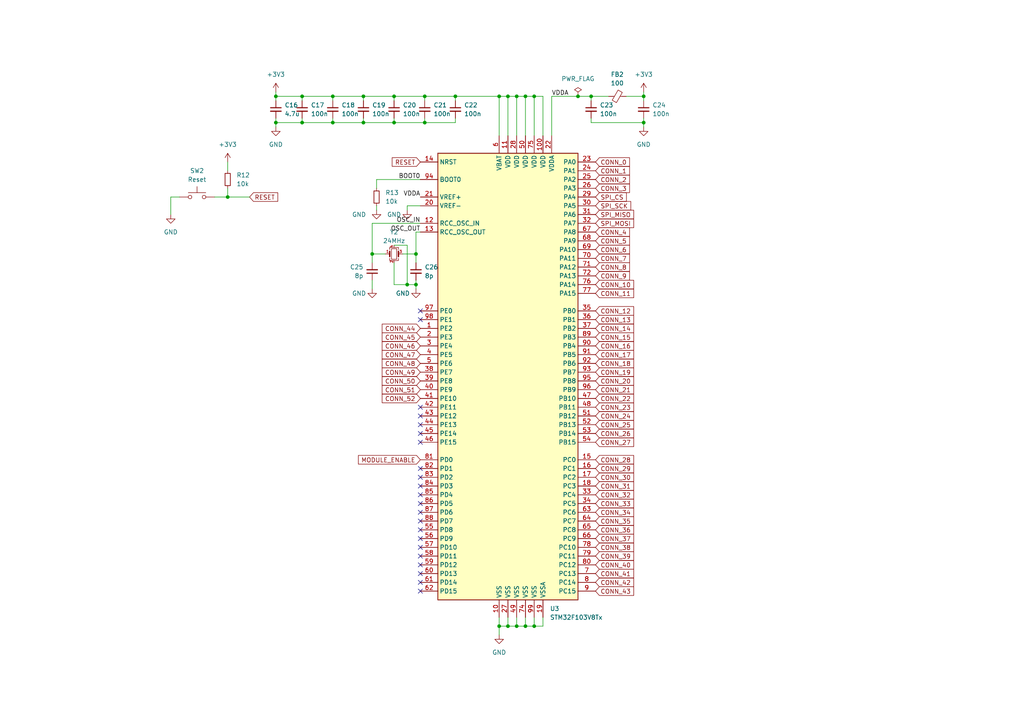
<source format=kicad_sch>
(kicad_sch (version 20211123) (generator eeschema)
  (paper "A4")
  (lib_symbols
    (symbol "Device:C_Small" (pin_numbers hide) (pin_names (offset 0.254) hide)
      (property "Reference" "C" (at 0.254 1.778 0))
      (property "Value" "C_Small" (at 0.254 -2.032 0))
      (symbol "C_Small_0_1"
        (polyline (pts (xy -1.524 -0.508) (xy 1.524 -0.508)) (stroke (width 0.3302)))
        (polyline (pts (xy -1.524 0.508) (xy 1.524 0.508)) (stroke (width 0.3048)))
      )
      (symbol "C_Small_1_1"
        (pin passive line (at 0 2.54 270) (length 2.032) (name "~") (number "1"))
        (pin passive line (at 0 -2.54 90) (length 2.032) (name "~") (number "2"))
      )
    )
    (symbol "Device:Crystal_GND24_Small" (pin_names (offset 1.016) hide)
      (property "Reference" "Y" (at 1.27 4.445 0))
      (property "Value" "Crystal_GND24_Small" (at 1.27 2.54 0))
      (symbol "Crystal_GND24_Small_0_1"
        (rectangle (start -0.762 -1.524) (end 0.762 1.524))
        (polyline (pts (xy -1.27 -0.762) (xy -1.27 0.762)) (stroke (width 0.381)))
        (polyline (pts (xy 1.27 -0.762) (xy 1.27 0.762)) (stroke (width 0.381)))
        (polyline (pts (xy -1.27 -1.27) (xy -1.27 -1.905) (xy 1.27 -1.905) (xy 1.27 -1.27)))
        (polyline (pts (xy -1.27 1.27) (xy -1.27 1.905) (xy 1.27 1.905) (xy 1.27 1.27)))
      )
      (symbol "Crystal_GND24_Small_1_1"
        (pin passive line (at -2.54 0 0) (length 1.27) (name "1") (number "1"))
        (pin passive line (at 0 -2.54 90) (length 0.635) (name "2") (number "2"))
        (pin passive line (at 2.54 0 180) (length 1.27) (name "3") (number "3"))
        (pin passive line (at 0 2.54 270) (length 0.635) (name "4") (number "4"))
      )
    )
    (symbol "Device:FerriteBead_Small" (pin_numbers hide) (pin_names (offset 0))
      (property "Reference" "FB" (at 1.905 1.27 0))
      (property "Value" "FerriteBead_Small" (at 1.905 -1.27 0))
      (symbol "FerriteBead_Small_0_1"
        (polyline (pts (xy 0 -1.27) (xy 0 -0.7874)))
        (polyline (pts (xy 0 0.889) (xy 0 1.2954)))
        (polyline (pts (xy -1.8288 0.2794) (xy -1.1176 1.4986) (xy 1.8288 -0.2032) (xy 1.1176 -1.4224) (xy -1.8288 0.2794)))
      )
      (symbol "FerriteBead_Small_1_1"
        (pin passive line (at 0 2.54 270) (length 1.27) (name "~") (number "1"))
        (pin passive line (at 0 -2.54 90) (length 1.27) (name "~") (number "2"))
      )
    )
    (symbol "Device:R_Small" (pin_numbers hide) (pin_names (offset 0.254) hide)
      (property "Reference" "R" (at 0.762 0.508 0))
      (property "Value" "R_Small" (at 0.762 -1.016 0))
      (symbol "R_Small_0_1"
        (rectangle (start -0.762 1.778) (end 0.762 -1.778) (stroke (width 0.2032)))
      )
      (symbol "R_Small_1_1"
        (pin passive line (at 0 2.54 270) (length 0.762) (name "~") (number "1"))
        (pin passive line (at 0 -2.54 90) (length 0.762) (name "~") (number "2"))
      )
    )
    (symbol "MCU_ST_STM32F1:STM32F103V8Tx"
      (property "Reference" "U" (at -20.32 64.77 0))
      (property "Value" "STM32F103V8Tx" (at 15.24 64.77 0))
      (symbol "STM32F103V8Tx_0_1"
        (rectangle (start -20.32 -66.04) (end 20.32 63.5) (stroke (width 0.254)) (fill (type background)))
      )
      (symbol "STM32F103V8Tx_1_1"
        (pin bidirectional line (at -25.4 12.7 0) (length 5.08) (name "PE2") (number "1"))
        (pin power_in line (at -2.54 -71.12 90) (length 5.08) (name "VSS") (number "10"))
        (pin power_in line (at 10.16 68.58 270) (length 5.08) (name "VDD") (number "100"))
        (pin power_in line (at 0 68.58 270) (length 5.08) (name "VDD") (number "11"))
        (pin input line (at -25.4 43.18 0) (length 5.08) (name "RCC_OSC_IN") (number "12"))
        (pin input line (at -25.4 40.64 0) (length 5.08) (name "RCC_OSC_OUT") (number "13"))
        (pin input line (at -25.4 60.96 0) (length 5.08) (name "NRST") (number "14"))
        (pin bidirectional line (at 25.4 -25.4 180) (length 5.08) (name "PC0") (number "15"))
        (pin bidirectional line (at 25.4 -27.94 180) (length 5.08) (name "PC1") (number "16"))
        (pin bidirectional line (at 25.4 -30.48 180) (length 5.08) (name "PC2") (number "17"))
        (pin bidirectional line (at 25.4 -33.02 180) (length 5.08) (name "PC3") (number "18"))
        (pin power_in line (at 10.16 -71.12 90) (length 5.08) (name "VSSA") (number "19"))
        (pin bidirectional line (at -25.4 10.16 0) (length 5.08) (name "PE3") (number "2"))
        (pin power_in line (at -25.4 48.26 0) (length 5.08) (name "VREF-") (number "20"))
        (pin power_in line (at -25.4 50.8 0) (length 5.08) (name "VREF+") (number "21"))
        (pin power_in line (at 12.7 68.58 270) (length 5.08) (name "VDDA") (number "22"))
        (pin bidirectional line (at 25.4 60.96 180) (length 5.08) (name "PA0") (number "23"))
        (pin bidirectional line (at 25.4 58.42 180) (length 5.08) (name "PA1") (number "24"))
        (pin bidirectional line (at 25.4 55.88 180) (length 5.08) (name "PA2") (number "25"))
        (pin bidirectional line (at 25.4 53.34 180) (length 5.08) (name "PA3") (number "26"))
        (pin power_in line (at 0 -71.12 90) (length 5.08) (name "VSS") (number "27"))
        (pin power_in line (at 2.54 68.58 270) (length 5.08) (name "VDD") (number "28"))
        (pin bidirectional line (at 25.4 50.8 180) (length 5.08) (name "PA4") (number "29"))
        (pin bidirectional line (at -25.4 7.62 0) (length 5.08) (name "PE4") (number "3"))
        (pin bidirectional line (at 25.4 48.26 180) (length 5.08) (name "PA5") (number "30"))
        (pin bidirectional line (at 25.4 45.72 180) (length 5.08) (name "PA6") (number "31"))
        (pin bidirectional line (at 25.4 43.18 180) (length 5.08) (name "PA7") (number "32"))
        (pin bidirectional line (at 25.4 -35.56 180) (length 5.08) (name "PC4") (number "33"))
        (pin bidirectional line (at 25.4 -38.1 180) (length 5.08) (name "PC5") (number "34"))
        (pin bidirectional line (at 25.4 17.78 180) (length 5.08) (name "PB0") (number "35"))
        (pin bidirectional line (at 25.4 15.24 180) (length 5.08) (name "PB1") (number "36"))
        (pin bidirectional line (at 25.4 12.7 180) (length 5.08) (name "PB2") (number "37"))
        (pin bidirectional line (at -25.4 0 0) (length 5.08) (name "PE7") (number "38"))
        (pin bidirectional line (at -25.4 -2.54 0) (length 5.08) (name "PE8") (number "39"))
        (pin bidirectional line (at -25.4 5.08 0) (length 5.08) (name "PE5") (number "4"))
        (pin bidirectional line (at -25.4 -5.08 0) (length 5.08) (name "PE9") (number "40"))
        (pin bidirectional line (at -25.4 -7.62 0) (length 5.08) (name "PE10") (number "41"))
        (pin bidirectional line (at -25.4 -10.16 0) (length 5.08) (name "PE11") (number "42"))
        (pin bidirectional line (at -25.4 -12.7 0) (length 5.08) (name "PE12") (number "43"))
        (pin bidirectional line (at -25.4 -15.24 0) (length 5.08) (name "PE13") (number "44"))
        (pin bidirectional line (at -25.4 -17.78 0) (length 5.08) (name "PE14") (number "45"))
        (pin bidirectional line (at -25.4 -20.32 0) (length 5.08) (name "PE15") (number "46"))
        (pin bidirectional line (at 25.4 -7.62 180) (length 5.08) (name "PB10") (number "47"))
        (pin bidirectional line (at 25.4 -10.16 180) (length 5.08) (name "PB11") (number "48"))
        (pin power_in line (at 2.54 -71.12 90) (length 5.08) (name "VSS") (number "49"))
        (pin bidirectional line (at -25.4 2.54 0) (length 5.08) (name "PE6") (number "5"))
        (pin power_in line (at 5.08 68.58 270) (length 5.08) (name "VDD") (number "50"))
        (pin bidirectional line (at 25.4 -12.7 180) (length 5.08) (name "PB12") (number "51"))
        (pin bidirectional line (at 25.4 -15.24 180) (length 5.08) (name "PB13") (number "52"))
        (pin bidirectional line (at 25.4 -17.78 180) (length 5.08) (name "PB14") (number "53"))
        (pin bidirectional line (at 25.4 -20.32 180) (length 5.08) (name "PB15") (number "54"))
        (pin bidirectional line (at -25.4 -45.72 0) (length 5.08) (name "PD8") (number "55"))
        (pin bidirectional line (at -25.4 -48.26 0) (length 5.08) (name "PD9") (number "56"))
        (pin bidirectional line (at -25.4 -50.8 0) (length 5.08) (name "PD10") (number "57"))
        (pin bidirectional line (at -25.4 -53.34 0) (length 5.08) (name "PD11") (number "58"))
        (pin bidirectional line (at -25.4 -55.88 0) (length 5.08) (name "PD12") (number "59"))
        (pin power_in line (at -2.54 68.58 270) (length 5.08) (name "VBAT") (number "6"))
        (pin bidirectional line (at -25.4 -58.42 0) (length 5.08) (name "PD13") (number "60"))
        (pin bidirectional line (at -25.4 -60.96 0) (length 5.08) (name "PD14") (number "61"))
        (pin bidirectional line (at -25.4 -63.5 0) (length 5.08) (name "PD15") (number "62"))
        (pin bidirectional line (at 25.4 -40.64 180) (length 5.08) (name "PC6") (number "63"))
        (pin bidirectional line (at 25.4 -43.18 180) (length 5.08) (name "PC7") (number "64"))
        (pin bidirectional line (at 25.4 -45.72 180) (length 5.08) (name "PC8") (number "65"))
        (pin bidirectional line (at 25.4 -48.26 180) (length 5.08) (name "PC9") (number "66"))
        (pin bidirectional line (at 25.4 40.64 180) (length 5.08) (name "PA8") (number "67"))
        (pin bidirectional line (at 25.4 38.1 180) (length 5.08) (name "PA9") (number "68"))
        (pin bidirectional line (at 25.4 35.56 180) (length 5.08) (name "PA10") (number "69"))
        (pin bidirectional line (at 25.4 -58.42 180) (length 5.08) (name "PC13") (number "7"))
        (pin bidirectional line (at 25.4 33.02 180) (length 5.08) (name "PA11") (number "70"))
        (pin bidirectional line (at 25.4 30.48 180) (length 5.08) (name "PA12") (number "71"))
        (pin bidirectional line (at 25.4 27.94 180) (length 5.08) (name "PA13") (number "72"))
        (pin no_connect line (at -20.32 -63.5 0) (length 5.08) hide (name "NC") (number "73"))
        (pin power_in line (at 5.08 -71.12 90) (length 5.08) (name "VSS") (number "74"))
        (pin power_in line (at 7.62 68.58 270) (length 5.08) (name "VDD") (number "75"))
        (pin bidirectional line (at 25.4 25.4 180) (length 5.08) (name "PA14") (number "76"))
        (pin bidirectional line (at 25.4 22.86 180) (length 5.08) (name "PA15") (number "77"))
        (pin bidirectional line (at 25.4 -50.8 180) (length 5.08) (name "PC10") (number "78"))
        (pin bidirectional line (at 25.4 -53.34 180) (length 5.08) (name "PC11") (number "79"))
        (pin bidirectional line (at 25.4 -60.96 180) (length 5.08) (name "PC14") (number "8"))
        (pin bidirectional line (at 25.4 -55.88 180) (length 5.08) (name "PC12") (number "80"))
        (pin bidirectional line (at -25.4 -25.4 0) (length 5.08) (name "PD0") (number "81"))
        (pin bidirectional line (at -25.4 -27.94 0) (length 5.08) (name "PD1") (number "82"))
        (pin bidirectional line (at -25.4 -30.48 0) (length 5.08) (name "PD2") (number "83"))
        (pin bidirectional line (at -25.4 -33.02 0) (length 5.08) (name "PD3") (number "84"))
        (pin bidirectional line (at -25.4 -35.56 0) (length 5.08) (name "PD4") (number "85"))
        (pin bidirectional line (at -25.4 -38.1 0) (length 5.08) (name "PD5") (number "86"))
        (pin bidirectional line (at -25.4 -40.64 0) (length 5.08) (name "PD6") (number "87"))
        (pin bidirectional line (at -25.4 -43.18 0) (length 5.08) (name "PD7") (number "88"))
        (pin bidirectional line (at 25.4 10.16 180) (length 5.08) (name "PB3") (number "89"))
        (pin bidirectional line (at 25.4 -63.5 180) (length 5.08) (name "PC15") (number "9"))
        (pin bidirectional line (at 25.4 7.62 180) (length 5.08) (name "PB4") (number "90"))
        (pin bidirectional line (at 25.4 5.08 180) (length 5.08) (name "PB5") (number "91"))
        (pin bidirectional line (at 25.4 2.54 180) (length 5.08) (name "PB6") (number "92"))
        (pin bidirectional line (at 25.4 0 180) (length 5.08) (name "PB7") (number "93"))
        (pin input line (at -25.4 55.88 0) (length 5.08) (name "BOOT0") (number "94"))
        (pin bidirectional line (at 25.4 -2.54 180) (length 5.08) (name "PB8") (number "95"))
        (pin bidirectional line (at 25.4 -5.08 180) (length 5.08) (name "PB9") (number "96"))
        (pin bidirectional line (at -25.4 17.78 0) (length 5.08) (name "PE0") (number "97"))
        (pin bidirectional line (at -25.4 15.24 0) (length 5.08) (name "PE1") (number "98"))
        (pin power_in line (at 7.62 -71.12 90) (length 5.08) (name "VSS") (number "99"))
      )
    )
    (symbol "Switch:SW_Push" (pin_numbers hide) (pin_names (offset 1.016) hide)
      (property "Reference" "SW" (at 1.27 2.54 0))
      (property "Value" "SW_Push" (at 0 -1.524 0))
      (symbol "SW_Push_0_1"
        (circle (center -2.032 0) (radius 0.508))
        (polyline (pts (xy 0 1.27) (xy 0 3.048)))
        (polyline (pts (xy 2.54 1.27) (xy -2.54 1.27)))
        (circle (center 2.032 0) (radius 0.508))
        (pin passive line (at -5.08 0 0) (length 2.54) (name "1") (number "1"))
        (pin passive line (at 5.08 0 180) (length 2.54) (name "2") (number "2"))
      )
    )
    (symbol "power:+3V3" (power) (pin_names (offset 0))
      (property "Value" "+3V3" (at 0 3.556 0))
      (symbol "+3V3_0_1"
        (polyline (pts (xy -0.762 1.27) (xy 0 2.54)))
        (polyline (pts (xy 0 0) (xy 0 2.54)))
        (polyline (pts (xy 0 2.54) (xy 0.762 1.27)))
      )
      (symbol "+3V3_1_1"
        (pin power_in line (at 0 0 90) (length 0) hide (name "+3V3") (number "1"))
      )
    )
    (symbol "power:GND" (power) (pin_names (offset 0))
      (property "Value" "GND" (at 0 -3.81 0))
      (symbol "GND_0_1"
        (polyline (pts (xy 0 0) (xy 0 -1.27) (xy 1.27 -1.27) (xy 0 -2.54) (xy -1.27 -1.27) (xy 0 -1.27)))
      )
      (symbol "GND_1_1"
        (pin power_in line (at 0 0 270) (length 0) hide (name "GND") (number "1"))
      )
    )
    (symbol "power:PWR_FLAG" (power) (pin_numbers hide) (pin_names (offset 0) hide)
      (property "Value" "PWR_FLAG" (at 0 3.81 0))
      (symbol "PWR_FLAG_0_0"
        (pin power_out line (at 0 0 90) (length 0) (name "pwr") (number "1"))
      )
      (symbol "PWR_FLAG_0_1"
        (polyline (pts (xy 0 0) (xy 0 1.27) (xy -1.016 1.905) (xy 0 2.54) (xy 1.016 1.905) (xy 0 1.27)))
      )
    )
  )
  (junction (at 154.94 27.94))
  (junction (at 149.86 181.61))
  (junction (at 171.45 27.94))
  (junction (at 80.01 35.56))
  (junction (at 152.4 27.94))
  (junction (at 96.52 35.56))
  (junction (at 107.95 73.66))
  (junction (at 87.63 27.94))
  (junction (at 144.78 27.94))
  (junction (at 123.19 27.94))
  (junction (at 186.69 27.94))
  (junction (at 105.41 35.56))
  (junction (at 120.65 73.66))
  (junction (at 149.86 27.94))
  (junction (at 154.94 181.61))
  (junction (at 167.64 27.94))
  (junction (at 152.4 181.61))
  (junction (at 123.19 35.56))
  (junction (at 147.32 27.94))
  (junction (at 144.78 181.61))
  (junction (at 147.32 181.61))
  (junction (at 186.69 35.56))
  (junction (at 80.01 27.94))
  (junction (at 66.04 57.15))
  (junction (at 132.08 27.94))
  (junction (at 120.65 82.55))
  (junction (at 114.3 27.94))
  (junction (at 118.11 82.55))
  (junction (at 96.52 27.94))
  (junction (at 114.3 35.56))
  (junction (at 105.41 27.94))
  (junction (at 87.63 35.56))
  (no_connect (at 121.92 171.45))
  (no_connect (at 121.92 158.75))
  (no_connect (at 121.92 156.21))
  (no_connect (at 121.92 118.11))
  (no_connect (at 121.92 120.65))
  (no_connect (at 121.92 123.19))
  (no_connect (at 121.92 125.73))
  (no_connect (at 121.92 128.27))
  (no_connect (at 121.92 140.97))
  (no_connect (at 121.92 143.51))
  (no_connect (at 121.92 138.43))
  (no_connect (at 121.92 135.89))
  (no_connect (at 121.92 90.17))
  (no_connect (at 121.92 92.71))
  (no_connect (at 121.92 146.05))
  (no_connect (at 121.92 153.67))
  (no_connect (at 121.92 168.91))
  (no_connect (at 121.92 161.29))
  (no_connect (at 121.92 163.83))
  (no_connect (at 121.92 148.59))
  (no_connect (at 121.92 166.37))
  (no_connect (at 121.92 151.13))
  (wire (pts (xy 167.64 27.94) (xy 171.45 27.94)))
  (wire (pts (xy 114.3 71.12) (xy 118.11 71.12)))
  (wire (pts (xy 132.08 27.94) (xy 132.08 29.21)))
  (wire (pts (xy 186.69 35.56) (xy 186.69 36.83)))
  (wire (pts (xy 96.52 35.56) (xy 105.41 35.56)))
  (wire (pts (xy 109.22 59.69) (xy 109.22 60.96)))
  (wire (pts (xy 96.52 27.94) (xy 87.63 27.94)))
  (wire (pts (xy 87.63 27.94) (xy 87.63 29.21)))
  (wire (pts (xy 160.02 27.94) (xy 160.02 39.37)))
  (wire (pts (xy 66.04 57.15) (xy 72.39 57.15)))
  (wire (pts (xy 80.01 27.94) (xy 80.01 29.21)))
  (wire (pts (xy 152.4 179.07) (xy 152.4 181.61)))
  (wire (pts (xy 62.23 57.15) (xy 66.04 57.15)))
  (wire (pts (xy 152.4 181.61) (xy 154.94 181.61)))
  (wire (pts (xy 118.11 82.55) (xy 120.65 82.55)))
  (wire (pts (xy 157.48 179.07) (xy 157.48 181.61)))
  (wire (pts (xy 66.04 57.15) (xy 66.04 54.61)))
  (wire (pts (xy 154.94 27.94) (xy 152.4 27.94)))
  (wire (pts (xy 181.61 27.94) (xy 186.69 27.94)))
  (wire (pts (xy 132.08 27.94) (xy 144.78 27.94)))
  (wire (pts (xy 66.04 46.99) (xy 66.04 49.53)))
  (wire (pts (xy 120.65 67.31) (xy 121.92 67.31)))
  (wire (pts (xy 120.65 81.28) (xy 120.65 82.55)))
  (wire (pts (xy 105.41 27.94) (xy 105.41 29.21)))
  (wire (pts (xy 96.52 34.29) (xy 96.52 35.56)))
  (wire (pts (xy 107.95 81.28) (xy 107.95 83.82)))
  (wire (pts (xy 147.32 27.94) (xy 144.78 27.94)))
  (wire (pts (xy 171.45 35.56) (xy 186.69 35.56)))
  (wire (pts (xy 87.63 35.56) (xy 96.52 35.56)))
  (wire (pts (xy 107.95 73.66) (xy 107.95 64.77)))
  (wire (pts (xy 144.78 179.07) (xy 144.78 181.61)))
  (wire (pts (xy 105.41 34.29) (xy 105.41 35.56)))
  (wire (pts (xy 107.95 64.77) (xy 121.92 64.77)))
  (wire (pts (xy 123.19 27.94) (xy 123.19 29.21)))
  (wire (pts (xy 154.94 181.61) (xy 154.94 179.07)))
  (wire (pts (xy 80.01 35.56) (xy 80.01 36.83)))
  (wire (pts (xy 87.63 27.94) (xy 80.01 27.94)))
  (wire (pts (xy 176.53 27.94) (xy 171.45 27.94)))
  (wire (pts (xy 105.41 27.94) (xy 96.52 27.94)))
  (wire (pts (xy 157.48 181.61) (xy 154.94 181.61)))
  (wire (pts (xy 114.3 27.94) (xy 114.3 29.21)))
  (wire (pts (xy 109.22 52.07) (xy 121.92 52.07)))
  (wire (pts (xy 144.78 181.61) (xy 147.32 181.61)))
  (wire (pts (xy 114.3 35.56) (xy 123.19 35.56)))
  (wire (pts (xy 132.08 35.56) (xy 123.19 35.56)))
  (wire (pts (xy 152.4 27.94) (xy 152.4 39.37)))
  (wire (pts (xy 96.52 27.94) (xy 96.52 29.21)))
  (wire (pts (xy 147.32 27.94) (xy 147.32 39.37)))
  (wire (pts (xy 118.11 71.12) (xy 118.11 82.55)))
  (wire (pts (xy 120.65 82.55) (xy 120.65 83.82)))
  (wire (pts (xy 114.3 76.2) (xy 114.3 82.55)))
  (wire (pts (xy 105.41 35.56) (xy 114.3 35.56)))
  (wire (pts (xy 109.22 54.61) (xy 109.22 52.07)))
  (wire (pts (xy 49.53 62.23) (xy 49.53 57.15)))
  (wire (pts (xy 149.86 181.61) (xy 152.4 181.61)))
  (wire (pts (xy 123.19 27.94) (xy 132.08 27.94)))
  (wire (pts (xy 144.78 27.94) (xy 144.78 39.37)))
  (wire (pts (xy 80.01 34.29) (xy 80.01 35.56)))
  (wire (pts (xy 80.01 35.56) (xy 87.63 35.56)))
  (wire (pts (xy 111.76 73.66) (xy 107.95 73.66)))
  (wire (pts (xy 118.11 60.96) (xy 118.11 59.69)))
  (wire (pts (xy 132.08 34.29) (xy 132.08 35.56)))
  (wire (pts (xy 118.11 59.69) (xy 121.92 59.69)))
  (wire (pts (xy 157.48 27.94) (xy 154.94 27.94)))
  (wire (pts (xy 80.01 26.67) (xy 80.01 27.94)))
  (wire (pts (xy 157.48 27.94) (xy 157.48 39.37)))
  (wire (pts (xy 120.65 73.66) (xy 120.65 67.31)))
  (wire (pts (xy 114.3 27.94) (xy 105.41 27.94)))
  (wire (pts (xy 152.4 27.94) (xy 149.86 27.94)))
  (wire (pts (xy 87.63 34.29) (xy 87.63 35.56)))
  (wire (pts (xy 149.86 27.94) (xy 147.32 27.94)))
  (wire (pts (xy 154.94 27.94) (xy 154.94 39.37)))
  (wire (pts (xy 160.02 27.94) (xy 167.64 27.94)))
  (wire (pts (xy 107.95 73.66) (xy 107.95 76.2)))
  (wire (pts (xy 123.19 27.94) (xy 114.3 27.94)))
  (wire (pts (xy 49.53 57.15) (xy 52.07 57.15)))
  (wire (pts (xy 149.86 27.94) (xy 149.86 39.37)))
  (wire (pts (xy 123.19 34.29) (xy 123.19 35.56)))
  (wire (pts (xy 171.45 34.29) (xy 171.45 35.56)))
  (wire (pts (xy 147.32 181.61) (xy 149.86 181.61)))
  (wire (pts (xy 120.65 76.2) (xy 120.65 73.66)))
  (wire (pts (xy 147.32 179.07) (xy 147.32 181.61)))
  (wire (pts (xy 144.78 184.15) (xy 144.78 181.61)))
  (wire (pts (xy 186.69 26.67) (xy 186.69 27.94)))
  (wire (pts (xy 149.86 179.07) (xy 149.86 181.61)))
  (wire (pts (xy 171.45 27.94) (xy 171.45 29.21)))
  (wire (pts (xy 186.69 27.94) (xy 186.69 29.21)))
  (wire (pts (xy 114.3 34.29) (xy 114.3 35.56)))
  (wire (pts (xy 186.69 34.29) (xy 186.69 35.56)))
  (wire (pts (xy 114.3 82.55) (xy 118.11 82.55)))
  (wire (pts (xy 120.65 73.66) (xy 116.84 73.66)))
  (label "OSC_IN" (at 121.92 64.77 180))
  (label "VDDA" (at 160.02 27.94 0))
  (label "VDDA" (at 121.92 57.15 180))
  (label "BOOT0" (at 121.92 52.07 180))
  (label "OSC_OUT" (at 121.92 67.31 180))
  (global_label "CONN_0" (shape input) (at 172.72 46.99 0) (property "Intersheet References" "${INTERSHEET_REFS}" (at 182.5717 46.9106 0) (effects (justify left))))
  (global_label "CONN_45" (shape input) (at 121.92 97.79 180) (property "Intersheet References" "${INTERSHEET_REFS}" (at 109.5888 97.7106 0) (effects (justify right))))
  (global_label "CONN_3" (shape input) (at 172.72 54.61 0) (property "Intersheet References" "${INTERSHEET_REFS}" (at 182.5717 54.5306 0) (effects (justify left))))
  (global_label "RESET" (shape input) (at 72.39 57.15 0) (property "Intersheet References" "${INTERSHEET_REFS}" (at 80.5483 57.0706 0) (effects (justify left))))
  (global_label "CONN_2" (shape input) (at 172.72 52.07 0) (property "Intersheet References" "${INTERSHEET_REFS}" (at 182.5717 51.9906 0) (effects (justify left))))
  (global_label "CONN_50" (shape input) (at 121.92 110.49 180) (property "Intersheet References" "${INTERSHEET_REFS}" (at 109.5888 110.4106 0) (effects (justify right))))
  (global_label "CONN_31" (shape input) (at 172.72 140.97 0) (property "Intersheet References" "${INTERSHEET_REFS}" (at 185.0512 140.8906 0) (effects (justify left))))
  (global_label "CONN_48" (shape input) (at 121.92 105.41 180) (property "Intersheet References" "${INTERSHEET_REFS}" (at 109.5888 105.3306 0) (effects (justify right))))
  (global_label "CONN_32" (shape input) (at 172.72 143.51 0) (property "Intersheet References" "${INTERSHEET_REFS}" (at 185.0512 143.4306 0) (effects (justify left))))
  (global_label "SPI_SCK" (shape input) (at 172.72 59.69 0) (property "Intersheet References" "${INTERSHEET_REFS}" (at 182.88 59.69 0) (effects (justify left))))
  (global_label "CONN_7" (shape input) (at 172.72 74.93 0) (property "Intersheet References" "${INTERSHEET_REFS}" (at 182.5717 74.8506 0) (effects (justify left))))
  (global_label "CONN_1" (shape input) (at 172.72 49.53 0) (property "Intersheet References" "${INTERSHEET_REFS}" (at 182.5717 49.4506 0) (effects (justify left))))
  (global_label "CONN_10" (shape input) (at 172.72 82.55 0) (property "Intersheet References" "${INTERSHEET_REFS}" (at 185.0512 82.4706 0) (effects (justify left))))
  (global_label "CONN_35" (shape input) (at 172.72 151.13 0) (property "Intersheet References" "${INTERSHEET_REFS}" (at 185.0512 151.0506 0) (effects (justify left))))
  (global_label "RESET" (shape input) (at 121.92 46.99 180) (property "Intersheet References" "${INTERSHEET_REFS}" (at 113.7617 46.9106 0) (effects (justify right))))
  (global_label "CONN_30" (shape input) (at 172.72 138.43 0) (property "Intersheet References" "${INTERSHEET_REFS}" (at 185.0512 138.3506 0) (effects (justify left))))
  (global_label "CONN_34" (shape input) (at 172.72 148.59 0) (property "Intersheet References" "${INTERSHEET_REFS}" (at 185.0512 148.5106 0) (effects (justify left))))
  (global_label "CONN_21" (shape input) (at 172.72 113.03 0) (property "Intersheet References" "${INTERSHEET_REFS}" (at 185.0512 112.9506 0) (effects (justify left))))
  (global_label "CONN_26" (shape input) (at 172.72 125.73 0) (property "Intersheet References" "${INTERSHEET_REFS}" (at 185.0512 125.6506 0) (effects (justify left))))
  (global_label "CONN_9" (shape input) (at 172.72 80.01 0) (property "Intersheet References" "${INTERSHEET_REFS}" (at 182.5717 79.9306 0) (effects (justify left))))
  (global_label "CONN_17" (shape input) (at 172.72 102.87 0) (property "Intersheet References" "${INTERSHEET_REFS}" (at 185.0512 102.7906 0) (effects (justify left))))
  (global_label "CONN_43" (shape input) (at 172.72 171.45 0) (property "Intersheet References" "${INTERSHEET_REFS}" (at 185.0512 171.3706 0) (effects (justify left))))
  (global_label "CONN_18" (shape input) (at 172.72 105.41 0) (property "Intersheet References" "${INTERSHEET_REFS}" (at 185.0512 105.3306 0) (effects (justify left))))
  (global_label "CONN_23" (shape input) (at 172.72 118.11 0) (property "Intersheet References" "${INTERSHEET_REFS}" (at 185.0512 118.0306 0) (effects (justify left))))
  (global_label "CONN_19" (shape input) (at 172.72 107.95 0) (property "Intersheet References" "${INTERSHEET_REFS}" (at 185.0512 107.8706 0) (effects (justify left))))
  (global_label "CONN_41" (shape input) (at 172.72 166.37 0) (property "Intersheet References" "${INTERSHEET_REFS}" (at 185.0512 166.2906 0) (effects (justify left))))
  (global_label "CONN_12" (shape input) (at 172.72 90.17 0) (property "Intersheet References" "${INTERSHEET_REFS}" (at 185.0512 90.0906 0) (effects (justify left))))
  (global_label "CONN_24" (shape input) (at 172.72 120.65 0) (property "Intersheet References" "${INTERSHEET_REFS}" (at 185.0512 120.5706 0) (effects (justify left))))
  (global_label "SPI_MOSI" (shape input) (at 172.72 64.77 0) (property "Intersheet References" "${INTERSHEET_REFS}" (at 183.7267 64.77 0) (effects (justify left))))
  (global_label "CONN_42" (shape input) (at 172.72 168.91 0) (property "Intersheet References" "${INTERSHEET_REFS}" (at 185.0512 168.8306 0) (effects (justify left))))
  (global_label "SPI_CS" (shape input) (at 172.72 57.15 0) (property "Intersheet References" "${INTERSHEET_REFS}" (at 181.61 57.15 0) (effects (justify left))))
  (global_label "SPI_MISO" (shape input) (at 172.72 62.23 0) (property "Intersheet References" "${INTERSHEET_REFS}" (at 183.7267 62.23 0) (effects (justify left))))
  (global_label "CONN_6" (shape input) (at 172.72 72.39 0) (property "Intersheet References" "${INTERSHEET_REFS}" (at 182.5717 72.3106 0) (effects (justify left))))
  (global_label "CONN_20" (shape input) (at 172.72 110.49 0) (property "Intersheet References" "${INTERSHEET_REFS}" (at 185.0512 110.4106 0) (effects (justify left))))
  (global_label "CONN_28" (shape input) (at 172.72 133.35 0) (property "Intersheet References" "${INTERSHEET_REFS}" (at 185.0512 133.2706 0) (effects (justify left))))
  (global_label "CONN_15" (shape input) (at 172.72 97.79 0) (property "Intersheet References" "${INTERSHEET_REFS}" (at 185.0512 97.7106 0) (effects (justify left))))
  (global_label "CONN_33" (shape input) (at 172.72 146.05 0) (property "Intersheet References" "${INTERSHEET_REFS}" (at 185.0512 145.9706 0) (effects (justify left))))
  (global_label "MODULE_ENABLE" (shape input) (at 121.92 133.35 180) (property "Intersheet References" "${INTERSHEET_REFS}" (at 103.9645 133.2706 0) (effects (justify right))))
  (global_label "CONN_5" (shape input) (at 172.72 69.85 0) (property "Intersheet References" "${INTERSHEET_REFS}" (at 182.5717 69.7706 0) (effects (justify left))))
  (global_label "CONN_11" (shape input) (at 172.72 85.09 0) (property "Intersheet References" "${INTERSHEET_REFS}" (at 185.0512 85.0106 0) (effects (justify left))))
  (global_label "CONN_46" (shape input) (at 121.92 100.33 180) (property "Intersheet References" "${INTERSHEET_REFS}" (at 109.5888 100.2506 0) (effects (justify right))))
  (global_label "CONN_16" (shape input) (at 172.72 100.33 0) (property "Intersheet References" "${INTERSHEET_REFS}" (at 185.0512 100.2506 0) (effects (justify left))))
  (global_label "CONN_47" (shape input) (at 121.92 102.87 180) (property "Intersheet References" "${INTERSHEET_REFS}" (at 109.5888 102.7906 0) (effects (justify right))))
  (global_label "CONN_22" (shape input) (at 172.72 115.57 0) (property "Intersheet References" "${INTERSHEET_REFS}" (at 185.0512 115.4906 0) (effects (justify left))))
  (global_label "CONN_39" (shape input) (at 172.72 161.29 0) (property "Intersheet References" "${INTERSHEET_REFS}" (at 185.0512 161.2106 0) (effects (justify left))))
  (global_label "CONN_29" (shape input) (at 172.72 135.89 0) (property "Intersheet References" "${INTERSHEET_REFS}" (at 185.0512 135.8106 0) (effects (justify left))))
  (global_label "CONN_40" (shape input) (at 172.72 163.83 0) (property "Intersheet References" "${INTERSHEET_REFS}" (at 185.0512 163.7506 0) (effects (justify left))))
  (global_label "CONN_36" (shape input) (at 172.72 153.67 0) (property "Intersheet References" "${INTERSHEET_REFS}" (at 185.0512 153.5906 0) (effects (justify left))))
  (global_label "CONN_52" (shape input) (at 121.92 115.57 180) (property "Intersheet References" "${INTERSHEET_REFS}" (at 109.5888 115.4906 0) (effects (justify right))))
  (global_label "CONN_44" (shape input) (at 121.92 95.25 180) (property "Intersheet References" "${INTERSHEET_REFS}" (at 109.5888 95.1706 0) (effects (justify right))))
  (global_label "CONN_27" (shape input) (at 172.72 128.27 0) (property "Intersheet References" "${INTERSHEET_REFS}" (at 185.0512 128.1906 0) (effects (justify left))))
  (global_label "CONN_37" (shape input) (at 172.72 156.21 0) (property "Intersheet References" "${INTERSHEET_REFS}" (at 185.0512 156.1306 0) (effects (justify left))))
  (global_label "CONN_38" (shape input) (at 172.72 158.75 0) (property "Intersheet References" "${INTERSHEET_REFS}" (at 185.0512 158.6706 0) (effects (justify left))))
  (global_label "CONN_14" (shape input) (at 172.72 95.25 0) (property "Intersheet References" "${INTERSHEET_REFS}" (at 185.0512 95.1706 0) (effects (justify left))))
  (global_label "CONN_13" (shape input) (at 172.72 92.71 0) (property "Intersheet References" "${INTERSHEET_REFS}" (at 185.0512 92.6306 0) (effects (justify left))))
  (global_label "CONN_8" (shape input) (at 172.72 77.47 0) (property "Intersheet References" "${INTERSHEET_REFS}" (at 182.5717 77.3906 0) (effects (justify left))))
  (global_label "CONN_4" (shape input) (at 172.72 67.31 0) (property "Intersheet References" "${INTERSHEET_REFS}" (at 182.5717 67.2306 0) (effects (justify left))))
  (global_label "CONN_49" (shape input) (at 121.92 107.95 180) (property "Intersheet References" "${INTERSHEET_REFS}" (at 109.5888 107.8706 0) (effects (justify right))))
  (global_label "CONN_25" (shape input) (at 172.72 123.19 0) (property "Intersheet References" "${INTERSHEET_REFS}" (at 185.0512 123.1106 0) (effects (justify left))))
  (global_label "CONN_51" (shape input) (at 121.92 113.03 180) (property "Intersheet References" "${INTERSHEET_REFS}" (at 109.5888 112.9506 0) (effects (justify right))))
  (symbol (lib_id "power:GND") (at 120.65 83.82 0) (unit 1)
    (property "Reference" "#PWR034" (effects hide))
    (property "Value" "GND" (at 116.84 85.09 0))
  )
  (symbol (lib_id "power:+3V3") (at 186.69 26.67 0) (unit 1)
    (property "Reference" "#PWR026" (effects hide))
    (property "Value" "+3V3" (at 186.69 21.59 0))
  )
  (symbol (lib_id "Device:C_Small") (at 123.19 31.75 0) (unit 1)
    (property "Reference" "C21" (at 125.73 30.4862 0) (effects (justify left)))
    (property "Value" "100n" (at 125.73 33.0262 0) (effects (justify left)))
    (property "Footprint" "Capacitor_SMD:C_0603_1608Metric" (effects hide))
    (property "Part Number" "885012206095" (effects hide))
  )
  (symbol (lib_id "Device:FerriteBead_Small") (at 179.07 27.94 90) (unit 1)
    (property "Reference" "FB2" (at 179.0319 21.59 90))
    (property "Value" "100" (at 179.0319 24.13 90))
  )
  (symbol (lib_id "MCU_ST_STM32F1:STM32F103V8Tx") (at 147.32 107.95 0) (unit 1)
    (property "Reference" "U3" (at 159.4994 176.53 0) (effects (justify left)))
    (property "Value" "STM32F103V8Tx" (at 159.4994 179.07 0) (effects (justify left)))
    (property "Footprint" "Package_QFP:LQFP-100_14x14mm_P0.5mm" (effects hide))
    (property "Datasheet" "http://www.st.com/st-web-ui/static/active/en/resource/technical/document/datasheet/CD00161566.pdf" (effects hide))
    (property "Part Number" "STM32F103V8Tx" (effects hide))
  )
  (symbol (lib_id "Device:C_Small") (at 120.65 78.74 0) (unit 1)
    (property "Reference" "C26" (at 123.19 77.4762 0) (effects (justify left)))
    (property "Value" "8p" (at 123.19 80.0162 0) (effects (justify left)))
    (property "Footprint" "Capacitor_SMD:C_0603_1608Metric" (effects hide))
    (property "Part Number" "C1608C0G1H080D080AA" (effects hide))
  )
  (symbol (lib_id "power:+3V3") (at 80.01 26.67 0) (unit 1)
    (property "Reference" "#PWR025" (effects hide))
    (property "Value" "+3V3" (at 80.01 21.59 0))
  )
  (symbol (lib_id "power:GND") (at 49.53 62.23 0) (unit 1)
    (property "Reference" "#PWR032" (effects hide))
    (property "Value" "GND" (at 49.53 67.31 0))
  )
  (symbol (lib_id "Device:C_Small") (at 114.3 31.75 0) (unit 1)
    (property "Reference" "C20" (at 116.84 30.4862 0) (effects (justify left)))
    (property "Value" "100n" (at 116.84 33.0262 0) (effects (justify left)))
    (property "Footprint" "Capacitor_SMD:C_0603_1608Metric" (effects hide))
    (property "Part Number" "885012206095" (effects hide))
  )
  (symbol (lib_id "power:PWR_FLAG") (at 167.64 27.94 0) (unit 1)
    (property "Reference" "#FLG0102" (effects hide))
    (property "Value" "PWR_FLAG" (at 167.64 22.86 0))
  )
  (symbol (lib_id "Device:C_Small") (at 171.45 31.75 0) (unit 1)
    (property "Reference" "C23" (at 173.99 30.4862 0) (effects (justify left)))
    (property "Value" "100n" (at 173.99 33.0262 0) (effects (justify left)))
    (property "Footprint" "Capacitor_SMD:C_0603_1608Metric" (effects hide))
    (property "Part Number" "885012206095" (effects hide))
  )
  (symbol (lib_id "power:+3V3") (at 66.04 46.99 0) (unit 1)
    (property "Reference" "#PWR029" (effects hide))
    (property "Value" "+3V3" (at 66.04 41.91 0))
  )
  (symbol (lib_id "Device:Crystal_GND24_Small") (at 114.3 73.66 0) (unit 1)
    (property "Reference" "Y2" (at 114.3 67.31 0))
    (property "Value" "24MHz" (at 114.3 69.85 0))
    (property "Footprint" "Crystal:Crystal_SMD_SeikoEpson_TSX3225-4Pin_3.2x2.5mm" (effects hide))
    (property "Part Number" "732-22524MF15X-AC6" (effects hide))
  )
  (symbol (lib_id "Device:C_Small") (at 80.01 31.75 0) (unit 1)
    (property "Reference" "C16" (at 82.55 30.4862 0) (effects (justify left)))
    (property "Value" "4.7u" (at 82.55 33.0262 0) (effects (justify left)))
    (property "Footprint" "Capacitor_SMD:C_0805_2012Metric" (effects hide))
    (property "Part Number" "GRM21BR71C475KE51L" (effects hide))
  )
  (symbol (lib_id "Device:R_Small") (at 66.04 52.07 0) (unit 1)
    (property "Reference" "R12" (at 68.58 50.7999 0) (effects (justify left)))
    (property "Value" "10k" (at 68.58 53.3399 0) (effects (justify left)))
  )
  (symbol (lib_id "Device:R_Small") (at 109.22 57.15 0) (unit 1)
    (property "Reference" "R13" (at 111.76 55.8799 0) (effects (justify left)))
    (property "Value" "10k" (at 111.76 58.4199 0) (effects (justify left)))
  )
  (symbol (lib_id "power:GND") (at 144.78 184.15 0) (unit 1)
    (property "Reference" "#PWR035" (effects hide))
    (property "Value" "GND" (at 144.78 189.23 0))
  )
  (symbol (lib_id "Device:C_Small") (at 105.41 31.75 0) (unit 1)
    (property "Reference" "C19" (at 107.95 30.4862 0) (effects (justify left)))
    (property "Value" "100n" (at 107.95 33.0262 0) (effects (justify left)))
    (property "Footprint" "Capacitor_SMD:C_0603_1608Metric" (effects hide))
    (property "Part Number" "885012206095" (effects hide))
  )
  (symbol (lib_id "power:GND") (at 80.01 36.83 0) (unit 1)
    (property "Reference" "#PWR027" (effects hide))
    (property "Value" "GND" (at 80.01 41.91 0))
  )
  (symbol (lib_id "Device:C_Small") (at 87.63 31.75 0) (unit 1)
    (property "Reference" "C17" (at 90.17 30.4862 0) (effects (justify left)))
    (property "Value" "100n" (at 90.17 33.0262 0) (effects (justify left)))
    (property "Footprint" "Capacitor_SMD:C_0603_1608Metric" (effects hide))
    (property "Part Number" "885012206095" (effects hide))
  )
  (symbol (lib_id "power:GND") (at 186.69 36.83 0) (unit 1)
    (property "Reference" "#PWR028" (effects hide))
    (property "Value" "GND" (at 186.69 41.91 0))
  )
  (symbol (lib_id "power:GND") (at 107.95 83.82 0) (unit 1)
    (property "Reference" "#PWR033" (effects hide))
    (property "Value" "GND" (at 104.14 85.09 0))
  )
  (symbol (lib_id "Device:C_Small") (at 132.08 31.75 0) (unit 1)
    (property "Reference" "C22" (at 134.62 30.4862 0) (effects (justify left)))
    (property "Value" "100n" (at 134.62 33.0262 0) (effects (justify left)))
    (property "Footprint" "Capacitor_SMD:C_0603_1608Metric" (effects hide))
    (property "Part Number" "885012206095" (effects hide))
  )
  (symbol (lib_id "Device:C_Small") (at 107.95 78.74 0) (mirror x) (unit 1)
    (property "Reference" "C25" (at 105.41 77.4635 0) (effects (justify right)))
    (property "Value" "8p" (at 105.41 80.0035 0) (effects (justify right)))
    (property "Footprint" "Capacitor_SMD:C_0603_1608Metric" (effects hide))
    (property "Part Number" "C1608C0G1H080D080AA" (effects hide))
  )
  (symbol (lib_id "power:GND") (at 118.11 60.96 0) (unit 1)
    (property "Reference" "#PWR031" (effects hide))
    (property "Value" "GND" (at 114.3 62.23 0))
  )
  (symbol (lib_id "Switch:SW_Push") (at 57.15 57.15 0) (unit 1)
    (property "Reference" "SW2" (at 57.15 49.53 0))
    (property "Value" "Reset" (at 57.15 52.07 0))
  )
  (symbol (lib_id "Device:C_Small") (at 96.52 31.75 0) (unit 1)
    (property "Reference" "C18" (at 99.06 30.4862 0) (effects (justify left)))
    (property "Value" "100n" (at 99.06 33.0262 0) (effects (justify left)))
    (property "Footprint" "Capacitor_SMD:C_0603_1608Metric" (effects hide))
    (property "Part Number" "885012206095" (effects hide))
  )
  (symbol (lib_id "Device:C_Small") (at 186.69 31.75 0) (unit 1)
    (property "Reference" "C24" (at 189.23 30.4862 0) (effects (justify left)))
    (property "Value" "100n" (at 189.23 33.0262 0) (effects (justify left)))
    (property "Footprint" "Capacitor_SMD:C_0603_1608Metric" (effects hide))
    (property "Part Number" "885012206095" (effects hide))
  )
  (symbol (lib_id "power:GND") (at 109.22 60.96 0) (unit 1)
    (property "Reference" "#PWR030" (effects hide))
    (property "Value" "GND" (at 104.14 62.23 0))
  )
)
</source>
